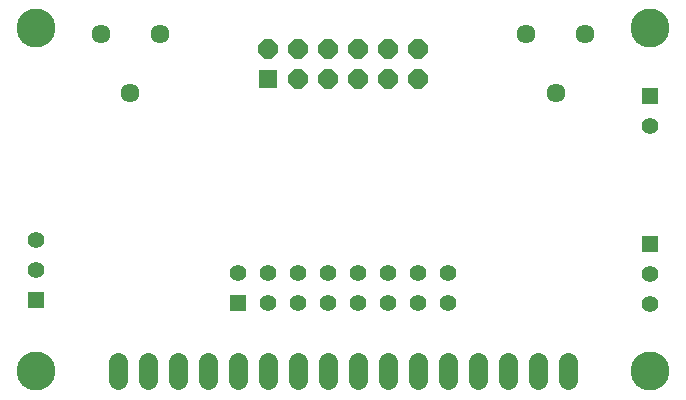
<source format=gbs>
G75*
G70*
%OFA0B0*%
%FSLAX24Y24*%
%IPPOS*%
%LPD*%
%AMOC8*
5,1,8,0,0,1.08239X$1,22.5*
%
%ADD10R,0.0640X0.0640*%
%ADD11OC8,0.0640*%
%ADD12C,0.0640*%
%ADD13C,0.1300*%
%ADD14R,0.0555X0.0555*%
%ADD15C,0.0555*%
%ADD16C,0.0634*%
D10*
X013705Y014728D03*
D11*
X014705Y014728D03*
X015705Y014728D03*
X016705Y014728D03*
X017705Y014728D03*
X018705Y014728D03*
X018705Y015728D03*
X017705Y015728D03*
X016705Y015728D03*
X015705Y015728D03*
X014705Y015728D03*
X013705Y015728D03*
D12*
X013705Y005291D02*
X013705Y004691D01*
X012705Y004691D02*
X012705Y005291D01*
X011705Y005291D02*
X011705Y004691D01*
X010705Y004691D02*
X010705Y005291D01*
X009705Y005291D02*
X009705Y004691D01*
X008705Y004691D02*
X008705Y005291D01*
X014705Y005291D02*
X014705Y004691D01*
X015705Y004691D02*
X015705Y005291D01*
X016705Y005291D02*
X016705Y004691D01*
X017705Y004691D02*
X017705Y005291D01*
X018705Y005291D02*
X018705Y004691D01*
X019705Y004691D02*
X019705Y005291D01*
X020705Y005291D02*
X020705Y004691D01*
X021705Y004691D02*
X021705Y005291D01*
X022705Y005291D02*
X022705Y004691D01*
X023705Y004691D02*
X023705Y005291D01*
D13*
X005969Y004991D03*
X005969Y016409D03*
X026442Y016409D03*
X026442Y004991D03*
D14*
X026442Y009224D03*
X026442Y014153D03*
X012705Y007247D03*
X005969Y007354D03*
D15*
X005969Y008354D03*
X005969Y009354D03*
X012705Y008247D03*
X013705Y008247D03*
X014705Y008247D03*
X015705Y008247D03*
X016705Y008247D03*
X017705Y008247D03*
X018705Y008247D03*
X019705Y008247D03*
X019705Y007247D03*
X018705Y007247D03*
X017705Y007247D03*
X016705Y007247D03*
X015705Y007247D03*
X014705Y007247D03*
X013705Y007247D03*
X026442Y007224D03*
X026442Y008224D03*
X026442Y013153D03*
D16*
X023292Y014243D03*
X024276Y016212D03*
X022308Y016212D03*
X010103Y016212D03*
X008134Y016212D03*
X009119Y014243D03*
M02*

</source>
